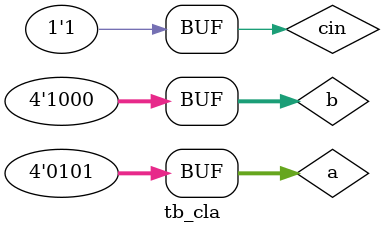
<source format=v>
`timescale 1ns/1ns
module tb_cla();
reg [3:0] a	;
reg [3:0] b	; 
reg 	cin		;
wire	cout	;
wire [3:0] sum	;

initial
	begin
	a = 4'd1;
	b = 4'd2;
	cin = 1'b0;
	#500
	a = 4'd2;
	#500
	a = 4'd3;
	#500
	a = 4'd4;
	#500
	a = 4'd5;
	#200
	b = 4'd8;
	a = 4'd1;
	cin = 1'b1;
	#500
	a = 4'd2;
	#500
	a = 4'd3;
	#500
	a = 4'd4;
	#500
	a = 4'd5;
	#200
	b = 4'd8;
	
	
	end



cla cla_inst
(
.a		(a),
.b		(b),
.cin	(cin),
.sum	(sum),
.cout   (cout)
);
endmodule
</source>
